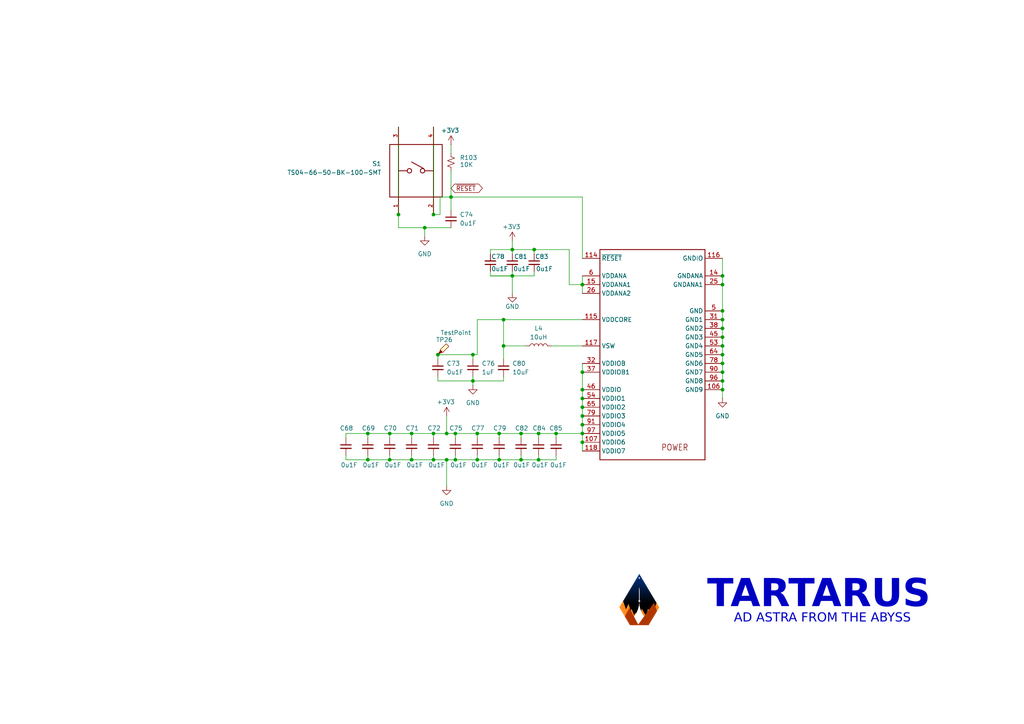
<source format=kicad_sch>
(kicad_sch (version 20250114) (generator "eeschema") (generator_version "9.0")
  (paper "A4")
  (lib_symbols
    (symbol "Adafruit Grand Central M4 Express rev B-eagle-import:SAMD51PXXA"
      (symbol "SAMD51PXXA_1_0"
        (polyline (pts (xy -55.88 22.86) (xy 55.88 22.86)) (stroke (width 0.254)))
        (polyline (pts (xy -55.88 -22.86) (xy -55.88 22.86)) (stroke (width 0.254)))
        (polyline (pts (xy 55.88 22.86) (xy 55.88 -22.86)) (stroke (width 0.254)))
        (polyline (pts (xy 55.88 -22.86) (xy -55.88 -22.86)) (stroke (width 0.254)))
        (text "PORT A" (at 45.72 -20.32 0) (effects (font (size 1.778 1.5113)) (justify left bottom)))
        (pin bidirectional line (at -60.96 20.32 0) (length 5.08) (name "PA00/I0/SERCOM1.0/TC2.0") (number "1"))
        (pin bidirectional line (at -60.96 17.78 0) (length 5.08) (name "PA01/I1/SERCOM1.1/TC2.1") (number "2"))
        (pin bidirectional line (at -60.96 15.24 0) (length 5.08) (name "PA02/I2/AIN0.0/VOUT0") (number "9"))
        (pin bidirectional line (at -60.96 12.7 0) (length 5.08) (name "PA03/I3/VREFA/AIN0.1") (number "10"))
        (pin bidirectional line (at -60.96 10.16 0) (length 5.08) (name "PA04/I4/VREFB/AIN0.4/SERCOM0.1/TC0.0/PTC") (number "21"))
        (pin bidirectional line (at -60.96 7.62 0) (length 5.08) (name "PA05/I5/AIN0.5/VOUT1/SERCOM0.2/TC0.1") (number "22"))
        (pin bidirectional line (at -60.96 5.08 0) (length 5.08) (name "PA06/I6/VREFC/AIN0.6/SERCOM0.1/TC1.0/PTC") (number "23"))
        (pin bidirectional line (at -60.96 2.54 0) (length 5.08) (name "PA07/I7/AIN0.7/SERCOM0.1/TC1.1/PTC") (number "24"))
        (pin bidirectional line (at -60.96 -2.54 0) (length 5.08) (name "PA08/I2C/AIN0.8+1.2/SERCOM0.0+2.1/I2SMCK1/TC0.0+TCC0.0+1.4/PTC") (number "33"))
        (pin bidirectional line (at -60.96 -5.08 0) (length 5.08) (name "PA09/I2C/I9/AIN0.9+1.3/SERCOM0.1+2.0/I2SFS0/TC0.1+TCC0.1+1.5/PTC") (number "34"))
        (pin bidirectional line (at -60.96 -7.62 0) (length 5.08) (name "PA10/I10/AIN0.10/SERCOM0+2.2/I2SCK1/TC1.0+TCC0.2+1.6/PTC") (number "35"))
        (pin bidirectional line (at -60.96 -10.16 0) (length 5.08) (name "PA11/I11/AIN0.11/SERCOM0+2.3/I2SDO/TC1.1+TCC0.3+1.7") (number "36"))
        (pin bidirectional line (at -60.96 -12.7 0) (length 5.08) (name "PA12/I12/I2C/SERCOM2.0+4.1/TC2.0+TCC0.7+1.3") (number "60"))
        (pin bidirectional line (at -60.96 -15.24 0) (length 5.08) (name "PA13/I13/I2C/SERCOM2.1+4.0/TC2.1+TCC0.7+1.3") (number "61"))
        (pin bidirectional line (at -60.96 -17.78 0) (length 5.08) (name "PA14/I14/SERCOM2+4.2/TC3.0+TCC2.0+1.2") (number "62"))
        (pin bidirectional line (at -60.96 -20.32 0) (length 5.08) (name "PA15/I15/SERCOM2+4.3/TC3.1+TCC2.1+1.3") (number "63"))
        (pin bidirectional line (at 60.96 20.32 180) (length 5.08) (name "PA16/I2C/I0/SERCOM1.0+3.1/TC2.0+TCC1.0+0.4/PTC") (number "66"))
        (pin bidirectional line (at 60.96 17.78 180) (length 5.08) (name "PA17/I2C/I1/SERCOM1.1+3.0/TC2.1+TCC1.1+0.5/PTC") (number "67"))
        (pin bidirectional line (at 60.96 15.24 180) (length 5.08) (name "PA18/I2/SERCOM1+3.2/TC3.0+TCC1.2+0.6/PTC") (number "68"))
        (pin bidirectional line (at 60.96 12.7 180) (length 5.08) (name "PA19/I3/SERCOM1+3.3/TC3.1+TCC1.3+0.7/PTC") (number "69"))
        (pin bidirectional line (at 60.96 10.16 180) (length 5.08) (name "PA20/I4/SERCOM3+5.2/I2SFS0/TC7.0+TCC1.4+0.0/PTC") (number "88"))
        (pin bidirectional line (at 60.96 7.62 180) (length 5.08) (name "PA21/I5/SERCOM3+5.3/I2SDO/TC7.1+TCC1.5+0.1/PTC") (number "89"))
        (pin bidirectional line (at 60.96 5.08 180) (length 5.08) (name "PA22/I2C/16/SERCOM3.0+5.1/I2SDI/TC4.0+TCC1.6+0.2/PTC") (number "92"))
        (pin bidirectional line (at 60.96 2.54 180) (length 5.08) (name "PA23/I2C/I7/SERCOM3.1+5.0/SOF/I2SFS1/TC4.1+TCC1.7+0.3/PTC") (number "93"))
        (pin bidirectional line (at 60.96 -2.54 180) (length 5.08) (name "PA24/I8/SERCOM3+5.2/D-") (number "94"))
        (pin bidirectional line (at 60.96 -5.08 180) (length 5.08) (name "PA25/19/SERCOM3+5.3/D+") (number "95"))
        (pin bidirectional line (at 60.96 -7.62 180) (length 5.08) (name "PA27/I11") (number "113"))
        (pin bidirectional line (at 60.96 -10.16 180) (length 5.08) (name "PA30/I14/SERCOM1.2/SWCLK") (number "119"))
        (pin bidirectional line (at 60.96 -12.7 180) (length 5.08) (name "PA31/I15/SERCOM1.3/SWDIO") (number "120"))
      )
      (symbol "SAMD51PXXA_2_0"
        (polyline (pts (xy -53.34 22.86) (xy 50.8 22.86)) (stroke (width 0.254)))
        (polyline (pts (xy -53.34 -27.94) (xy -53.34 22.86)) (stroke (width 0.254)))
        (polyline (pts (xy 50.8 22.86) (xy 50.8 -27.94)) (stroke (width 0.254)))
        (polyline (pts (xy 50.8 -27.94) (xy -53.34 -27.94)) (stroke (width 0.254)))
        (text "PORT B" (at 38.1 -25.4 0) (effects (font (size 1.778 1.5113)) (justify left bottom)))
        (pin bidirectional line (at -58.42 20.32 0) (length 5.08) (name "PB00/I0/AIN0.12/SERCOM5.2/TC7.0/PTC") (number "125"))
        (pin bidirectional line (at -58.42 17.78 0) (length 5.08) (name "PB01/I1/AIN0.13/SERCOM5.3/TC7.1/PTC") (number "126"))
        (pin bidirectional line (at -58.42 15.24 0) (length 5.08) (name "PB02/I2/AIN0.14/SERCOM5.0/TC6.0+TCC2.2/PTC") (number "127"))
        (pin bidirectional line (at -58.42 12.7 0) (length 5.08) (name "PB03/I3/AIN0.15/SERCOM5.1/TC6.1/PTC") (number "128"))
        (pin bidirectional line (at -58.42 10.16 0) (length 5.08) (name "PB04/I4/AIN1.6/PTC") (number "11"))
        (pin bidirectional line (at -58.42 7.62 0) (length 5.08) (name "PB05/I5/AIN1/7/PTC") (number "12"))
        (pin bidirectional line (at -58.42 5.08 0) (length 5.08) (name "PB06/I6/AIN1.8/PTC") (number "17"))
        (pin bidirectional line (at -58.42 2.54 0) (length 5.08) (name "PB07/I7/AIN1.9/PTC") (number "18"))
        (pin bidirectional line (at -58.42 -2.54 0) (length 5.08) (name "PB08/I8/AIN0.2+1.0/SERCOM4.0/TC4.0/PTC") (number "19"))
        (pin bidirectional line (at -58.42 -5.08 0) (length 5.08) (name "PB09/I9/AIN0.3+1.1/SERCOM4.1/TC4.0/PTC") (number "20"))
        (pin bidirectional line (at -58.42 -7.62 0) (length 5.08) (name "PB10/I10/SERCOM4.2/I2SDI/TC5.0+TCC0.4+1.0") (number "39"))
        (pin bidirectional line (at -58.42 -10.16 0) (length 5.08) (name "PB11/I11/SERCOM4.3/I2SFS1/TC5.1+TCC0.5+1.1") (number "40"))
        (pin bidirectional line (at -58.42 -12.7 0) (length 5.08) (name "PB12/I12/SERCOM4.0/I2SCK1/TC4.0+TCC3.0+0.1/PTC") (number "41"))
        (pin bidirectional line (at -58.42 -15.24 0) (length 5.08) (name "PB13/I13/SERCOM4.1/I2SMCK1/TC4.1+TCC3.1+0.1/PTC") (number "42"))
        (pin bidirectional line (at -58.42 -17.78 0) (length 5.08) (name "PB14/I14/SERCOM4.2/PCC8/TC5.0+TCC4.0+0.2/PTC") (number "43"))
        (pin bidirectional line (at -58.42 -20.32 0) (length 5.08) (name "PB15/I15/SERCOM4.3/PCC9/TC5.1/TCC4.1+0.3/PTC") (number "44"))
        (pin bidirectional line (at 55.88 20.32 180) (length 5.08) (name "PB16/I0/SERCOM5.0/I2SCK0/TC6.0+TCC3.0+0.4") (number "82"))
        (pin bidirectional line (at 55.88 17.78 180) (length 5.08) (name "PB17/SERCOM5.1/I2SMCK0/TC6.1+TCC3.1+0.5") (number "83"))
        (pin bidirectional line (at 55.88 15.24 180) (length 5.08) (name "PB18/I2/SERCOM5+7.2/TCC1.0+QDI.0") (number "84"))
        (pin bidirectional line (at 55.88 12.7 180) (length 5.08) (name "PB19/I3/SERCOM5+7.3/CC1.1/QDI.1") (number "85"))
        (pin bidirectional line (at 55.88 10.16 180) (length 5.08) (name "PB20/I4/SERCOM3.0+7.1/TCC1.2/QDI.2") (number "86"))
        (pin bidirectional line (at 55.88 7.62 180) (length 5.08) (name "PB21/SERCOM3.1+7.0/TCC1.3") (number "87"))
        (pin bidirectional line (at 55.88 5.08 180) (length 5.08) (name "PB22/I6/SERCOM1+5.2/TC7.0/QDI.2") (number "98"))
        (pin bidirectional line (at 55.88 2.54 180) (length 5.08) (name "PB23/I7/SERCOM1+5.3/TC7.1/QDI.0") (number "99"))
        (pin bidirectional line (at 55.88 -2.54 180) (length 5.08) (name "PB24/I8/SERCOM0.0+2.1/QDI.1") (number "100"))
        (pin bidirectional line (at 55.88 -5.08 180) (length 5.08) (name "PB25/SERCOM0.1+2.0/QDI.2") (number "101"))
        (pin bidirectional line (at 55.88 -7.62 180) (length 5.08) (name "PB26/I12/SERCOM2.0+4.1/TCC1.3") (number "102"))
        (pin bidirectional line (at 55.88 -10.16 180) (length 5.08) (name "PB27/I13/SERCOM2.1+4.0/TCC1.3") (number "103"))
        (pin bidirectional line (at 55.88 -12.7 180) (length 5.08) (name "PB28/I14/SEROM2+4.2/TCC1.4/I2SSCK.1") (number "104"))
        (pin bidirectional line (at 55.88 -15.24 180) (length 5.08) (name "PB29/I15/SERCOM2+4.3/TCC1.5/I2SMCK.1") (number "105"))
        (pin bidirectional line (at 55.88 -17.78 180) (length 5.08) (name "PB30/I14/SERCOM5.1/TC0.0+TCC4.0+0.6/SWO") (number "121"))
        (pin bidirectional line (at 55.88 -20.32 180) (length 5.08) (name "PB31/I15/SERCOM5.0/TC0.1+TCC4.1+0.7") (number "122"))
      )
      (symbol "SAMD51PXXA_3_0"
        (polyline (pts (xy -50.8 17.78) (xy 45.72 17.78)) (stroke (width 0.254)))
        (polyline (pts (xy -50.8 -30.48) (xy -50.8 17.78)) (stroke (width 0.254)))
        (polyline (pts (xy 45.72 17.78) (xy 45.72 -30.48)) (stroke (width 0.254)))
        (polyline (pts (xy 45.72 -30.48) (xy -50.8 -30.48)) (stroke (width 0.254)))
        (text "PORT C" (at 33.02 -27.94 0) (effects (font (size 1.778 1.5113)) (justify left bottom)))
        (pin bidirectional line (at -55.88 15.24 0) (length 5.08) (name "PC00/I1/ADC1.10") (number "3"))
        (pin bidirectional line (at -55.88 12.7 0) (length 5.08) (name "PC01/I1/ADC1.11") (number "4"))
        (pin bidirectional line (at -55.88 10.16 0) (length 5.08) (name "PC02/I2/ADC1.4") (number "7"))
        (pin bidirectional line (at -55.88 7.62 0) (length 5.08) (name "PC03/I3/ADC1.5") (number "8"))
        (pin bidirectional line (at -55.88 5.08 0) (length 5.08) (name "PC04/I4/SERCOM6.0/TCC0.0") (number "27"))
        (pin bidirectional line (at -55.88 2.54 0) (length 5.08) (name "PC05/I5/SERCOM6.0/TCC0.0") (number "28"))
        (pin bidirectional line (at -55.88 0 0) (length 5.08) (name "PC06/I6/SERCOM6.2/SDHC0.SDCD") (number "29"))
        (pin bidirectional line (at -55.88 -2.54 0) (length 5.08) (name "PC07/I9/SERCOM6.3/SDHC0.SDWP") (number "30"))
        (pin bidirectional line (at -55.88 -10.16 0) (length 5.08) (name "PC10/I10/SERCOM6.2+7.2/TCC0.0+1.4") (number "52"))
        (pin bidirectional line (at -55.88 -12.7 0) (length 5.08) (name "PC11/I11/SERCOM6+7.3/TCC0.1+1.5") (number "55"))
        (pin bidirectional line (at -55.88 -15.24 0) (length 5.08) (name "PC12/I12/SERCOM7.0+6.1/TCC0.2+1.6") (number "56"))
        (pin bidirectional line (at -55.88 -17.78 0) (length 5.08) (name "PC13/I13/SERCOM7.1+6.0/TCC0.3+1.7") (number "57"))
        (pin bidirectional line (at -55.88 -20.32 0) (length 5.08) (name "PC14/I14/SERCOM7+6.2/TCC0.4+1.0") (number "58"))
        (pin bidirectional line (at -55.88 -22.86 0) (length 5.08) (name "PC15/I15/SERCOM7+6.3/TCC0.5+1.1") (number "59"))
        (pin bidirectional line (at 50.8 15.24 180) (length 5.08) (name "PC16/I0/SERCOM6.0+0.1/TCC0/QDI.0") (number "70"))
        (pin bidirectional line (at 50.8 12.7 180) (length 5.08) (name "PC17/I1/SERCOM6.1+0.0/TCC0.1/QDI.1") (number "71"))
        (pin bidirectional line (at 50.8 10.16 180) (length 5.08) (name "PC18/I2/SERCOM6.2+0.2/TCC0.2/QDI.2") (number "72"))
        (pin bidirectional line (at 50.8 7.62 180) (length 5.08) (name "PC19/I3/SERCOM6+0.3/TCC0.3") (number "73"))
        (pin bidirectional line (at 50.8 5.08 180) (length 5.08) (name "PC20/I4/TCC0.4/SDHC1.SDCD") (number "74"))
        (pin bidirectional line (at 50.8 2.54 180) (length 5.08) (name "PC21/I5/TCC0.5/SDHC1.SDWP") (number "75"))
        (pin bidirectional line (at 50.8 0 180) (length 5.08) (name "PC22/I6/SERCOM1.0+3.1/TCC0.6") (number "76"))
        (pin bidirectional line (at 50.8 -2.54 180) (length 5.08) (name "PC23/I7/SERCOM1.1+3.0/TCC0.7") (number "77"))
        (pin bidirectional line (at 50.8 -7.62 180) (length 5.08) (name "PC24/I8/SERCOM0+2.2/TRACEDATA.3") (number "108"))
        (pin bidirectional line (at 50.8 -10.16 180) (length 5.08) (name "PC25/I9/SERCOM0+2.3/TRACEDATA.2") (number "109"))
        (pin bidirectional line (at 50.8 -12.7 180) (length 5.08) (name "PC26/I10/TRACEDATA.1") (number "110"))
        (pin bidirectional line (at 50.8 -15.24 180) (length 5.08) (name "PC27/I11/SERCOM1.0/TRACECLK") (number "111"))
        (pin bidirectional line (at 50.8 -17.78 180) (length 5.08) (name "PC28/I12/SERCOM1.1/TRACEDATA.0") (number "112"))
        (pin bidirectional line (at 50.8 -20.32 180) (length 5.08) (name "PC30/I14/AIN1.12") (number "123"))
        (pin bidirectional line (at 50.8 -22.86 180) (length 5.08) (name "PC31/I15/AIN1.13") (number "124"))
      )
      (symbol "SAMD51PXXA_4_0"
        (polyline (pts (xy -48.26 15.24) (xy 48.26 15.24)) (stroke (width 0.254)))
        (polyline (pts (xy -48.26 -10.16) (xy -48.26 15.24)) (stroke (width 0.254)))
        (polyline (pts (xy 48.26 15.24) (xy 48.26 -10.16)) (stroke (width 0.254)))
        (polyline (pts (xy 48.26 -10.16) (xy -48.26 -10.16)) (stroke (width 0.254)))
        (text "PORT D" (at 35.56 -7.62 0) (effects (font (size 1.778 1.5113)) (justify left bottom)))
        (pin bidirectional line (at -53.34 12.7 0) (length 5.08) (name "PD00/I0/AIN1.14") (number "13"))
        (pin bidirectional line (at -53.34 10.16 0) (length 5.08) (name "PD01/I1/AIN1.14") (number "16"))
        (pin bidirectional line (at -53.34 5.08 0) (length 5.08) (name "PD08/I3/SERCOM7.0+6.1/TCC0.1") (number "47"))
        (pin bidirectional line (at -53.34 2.54 0) (length 5.08) (name "PD09/I4/SERCOM7.1+6.0/TCC0.2") (number "48"))
        (pin bidirectional line (at -53.34 0 0) (length 5.08) (name "PD10/I5/SERCOM7+6.2/TCC0.3") (number "49"))
        (pin bidirectional line (at -53.34 -2.54 0) (length 5.08) (name "PD11/I6/SERCOM7+6.3/TCC0.4") (number "50"))
        (pin bidirectional line (at -53.34 -5.08 0) (length 5.08) (name "PD12/I7/TCC0.5") (number "51"))
        (pin bidirectional line (at 53.34 12.7 180) (length 5.08) (name "PD20/I10/SERCOM1+3.2/TCC1.0/SDHC1.SDCD") (number "80"))
        (pin bidirectional line (at 53.34 10.16 180) (length 5.08) (name "PD21/I11/SERCOM1+3.3/TCC1.1/SDHC1.SDWP") (number "81"))
      )
      (symbol "SAMD51PXXA_5_0"
        (polyline (pts (xy -15.24 25.4) (xy 15.24 25.4)) (stroke (width 0.254)))
        (polyline (pts (xy -15.24 -35.56) (xy -15.24 25.4)) (stroke (width 0.254)))
        (polyline (pts (xy 15.24 25.4) (xy 15.24 -35.56)) (stroke (width 0.254)))
        (polyline (pts (xy 15.24 -35.56) (xy -15.24 -35.56)) (stroke (width 0.254)))
        (text "POWER" (at 2.54 -33.02 0) (effects (font (size 1.778 1.5113)) (justify left bottom)))
        (pin bidirectional line (at -20.32 22.86 0) (length 5.08) (name "~{RESET}") (number "114"))
        (pin bidirectional line (at -20.32 17.78 0) (length 5.08) (name "VDDANA") (number "6"))
        (pin bidirectional line (at -20.32 15.24 0) (length 5.08) (name "VDDANA1") (number "15"))
        (pin bidirectional line (at -20.32 12.7 0) (length 5.08) (name "VDDANA2") (number "26"))
        (pin bidirectional line (at -20.32 5.08 0) (length 5.08) (name "VDDCORE") (number "115"))
        (pin bidirectional line (at -20.32 -2.54 0) (length 5.08) (name "VSW") (number "117"))
        (pin bidirectional line (at -20.32 -7.62 0) (length 5.08) (name "VDDIOB") (number "32"))
        (pin bidirectional line (at -20.32 -10.16 0) (length 5.08) (name "VDDIOB1") (number "37"))
        (pin bidirectional line (at -20.32 -15.24 0) (length 5.08) (name "VDDIO") (number "46"))
        (pin bidirectional line (at -20.32 -17.78 0) (length 5.08) (name "VDDIO1") (number "54"))
        (pin bidirectional line (at -20.32 -20.32 0) (length 5.08) (name "VDDIO2") (number "65"))
        (pin bidirectional line (at -20.32 -22.86 0) (length 5.08) (name "VDDIO3") (number "79"))
        (pin bidirectional line (at -20.32 -25.4 0) (length 5.08) (name "VDDIO4") (number "91"))
        (pin bidirectional line (at -20.32 -27.94 0) (length 5.08) (name "VDDIO5") (number "97"))
        (pin bidirectional line (at -20.32 -30.48 0) (length 5.08) (name "VDDIO6") (number "107"))
        (pin bidirectional line (at -20.32 -33.02 0) (length 5.08) (name "VDDIO7") (number "118"))
        (pin bidirectional line (at 20.32 22.86 180) (length 5.08) (name "GNDIO") (number "116"))
        (pin bidirectional line (at 20.32 17.78 180) (length 5.08) (name "GNDANA") (number "14"))
        (pin bidirectional line (at 20.32 15.24 180) (length 5.08) (name "GNDANA1") (number "25"))
        (pin bidirectional line (at 20.32 7.62 180) (length 5.08) (name "GND") (number "5"))
        (pin bidirectional line (at 20.32 5.08 180) (length 5.08) (name "GND1") (number "31"))
        (pin bidirectional line (at 20.32 2.54 180) (length 5.08) (name "GND2") (number "38"))
        (pin bidirectional line (at 20.32 0 180) (length 5.08) (name "GND3") (number "45"))
        (pin bidirectional line (at 20.32 -2.54 180) (length 5.08) (name "GND4") (number "53"))
        (pin bidirectional line (at 20.32 -5.08 180) (length 5.08) (name "GND5") (number "64"))
        (pin bidirectional line (at 20.32 -7.62 180) (length 5.08) (name "GND6") (number "78"))
        (pin bidirectional line (at 20.32 -10.16 180) (length 5.08) (name "GND7") (number "90"))
        (pin bidirectional line (at 20.32 -12.7 180) (length 5.08) (name "GND8") (number "96"))
        (pin bidirectional line (at 20.32 -15.24 180) (length 5.08) (name "GND9") (number "106"))
      )
    )
    (symbol "Connector:TestPoint_Probe" (pin_numbers (hide yes)) (pin_names (offset 0.762) (hide yes))
      (property "Reference" "TP" (at 1.651 5.842 0))
      (property "Value" "TestPoint_Probe" (at 1.651 4.064 0))
      (symbol "TestPoint_Probe_0_1"
        (polyline (pts (xy 1.27 0.762) (xy 0 0) (xy 0.762 1.27) (xy 1.27 0.762)) (fill (type outline)))
        (polyline (pts (xy 1.397 0.635) (xy 0.635 1.397) (xy 2.413 3.175) (xy 3.175 2.413) (xy 1.397 0.635)) (fill (type background)))
      )
      (symbol "TestPoint_Probe_1_1"
        (pin passive line (at 0 0 90) (length 0) (name "1") (number "1"))
      )
    )
    (symbol "Device:C_Small" (pin_numbers (hide yes)) (pin_names (offset 0.254) (hide yes))
      (property "Reference" "C" (at 0.254 1.778 0))
      (property "Value" "C_Small" (at 0.254 -2.032 0))
      (symbol "C_Small_0_1"
        (polyline (pts (xy -1.524 0.508) (xy 1.524 0.508)) (stroke (width 0.3048)))
        (polyline (pts (xy -1.524 -0.508) (xy 1.524 -0.508)) (stroke (width 0.3302)))
      )
      (symbol "C_Small_1_1"
        (pin passive line (at 0 2.54 270) (length 2.032) (name "~") (number "1"))
        (pin passive line (at 0 -2.54 90) (length 2.032) (name "~") (number "2"))
      )
    )
    (symbol "Device:L" (pin_numbers (hide yes)) (pin_names (offset 1.016) (hide yes))
      (property "Reference" "L" (at -1.27 0 90))
      (property "Value" "L" (at 1.905 0 90))
      (symbol "L_0_1"
        (arc (start 0 2.54) (mid 0.6323 1.905) (end 0 1.27))
        (arc (start 0 1.27) (mid 0.6323 0.635) (end 0 0))
        (arc (start 0 0) (mid 0.6323 -0.635) (end 0 -1.27))
        (arc (start 0 -1.27) (mid 0.6323 -1.905) (end 0 -2.54))
      )
      (symbol "L_1_1"
        (pin passive line (at 0 3.81 270) (length 1.27) (name "1") (number "1"))
        (pin passive line (at 0 -3.81 90) (length 1.27) (name "2") (number "2"))
      )
    )
    (symbol "Device:R_Small_US" (pin_numbers (hide yes)) (pin_names (offset 0.254) (hide yes))
      (property "Reference" "R" (at 0.762 0.508 0))
      (property "Value" "R_Small_US" (at 0.762 -1.016 0))
      (symbol "R_Small_US_1_1"
        (polyline (pts (xy 0 1.524) (xy 1.016 1.143) (xy 0 0.762) (xy -1.016 0.381) (xy 0 0)))
        (polyline (pts (xy 0 0) (xy 1.016 -0.381) (xy 0 -0.762) (xy -1.016 -1.143) (xy 0 -1.524)))
        (pin passive line (at 0 2.54 270) (length 1.016) (name "~") (number "1"))
        (pin passive line (at 0 -2.54 90) (length 1.016) (name "~") (number "2"))
      )
    )
    (symbol "TS04-66-50-BK-100-SMT:TS04-66-50-BK-100-SMT" (pin_names (offset 1.016))
      (property "Reference" "S" (at -7.62 8.382 0))
      (property "Value" "TS04-66-50-BK-100-SMT" (at -7.62 -8.382 0))
      (symbol "TS04-66-50-BK-100-SMT_0_0"
        (polyline (pts (xy 0 5.08) (xy 0 2.54)) (stroke (width 0.254)))
        (circle (center 0 1.905) (radius 0.635) (stroke (width 0.254)))
        (circle (center 0 -1.905) (radius 0.635) (stroke (width 0.254)))
        (polyline (pts (xy 0 -2.54) (xy 0 -5.08)) (stroke (width 0.254)))
        (polyline (pts (xy 0.635 -2.2225) (xy 2.54 1.27)) (stroke (width 0.254)))
        (polyline (pts (xy 7.62 5.08) (xy -7.62 5.08)) (stroke (width 0.254)))
        (polyline (pts (xy 7.62 -5.08) (xy -7.62 -5.08)) (stroke (width 0.254)))
        (pin passive line (at -12.7 5.08 0) (length 5.08) (name "~") (number "1"))
        (pin passive line (at -12.7 -5.08 0) (length 5.08) (name "~") (number "2"))
        (pin passive line (at 12.7 5.08 180) (length 5.08) (name "~") (number "3"))
        (pin passive line (at 12.7 -5.08 180) (length 5.08) (name "~") (number "4"))
      )
      (symbol "TS04-66-50-BK-100-SMT_1_0"
        (rectangle (start -7.62 7.62) (end 7.62 -7.62) (stroke (width 0.254)))
      )
    )
    (symbol "power:+3V3" (power) (pin_numbers (hide yes)) (pin_names (offset 0) (hide yes))
      (property "Value" "+3V3" (at 0 3.556 0))
      (symbol "+3V3_0_1"
        (polyline (pts (xy -0.762 1.27) (xy 0 2.54)))
        (polyline (pts (xy 0 2.54) (xy 0.762 1.27)))
        (polyline (pts (xy 0 0) (xy 0 2.54)))
      )
      (symbol "+3V3_1_1"
        (pin power_in line (at 0 0 90) (length 0) (name "~") (number "1"))
      )
    )
    (symbol "power:GND" (power) (pin_numbers (hide yes)) (pin_names (offset 0) (hide yes))
      (property "Value" "GND" (at 0 -3.81 0))
      (symbol "GND_0_1"
        (polyline (pts (xy 0 0) (xy 0 -1.27) (xy 1.27 -1.27) (xy 0 -2.54) (xy -1.27 -1.27) (xy 0 -1.27)))
      )
      (symbol "GND_1_1"
        (pin power_in line (at 0 0 270) (length 0) (name "~") (number "1"))
      )
    )
  )
  (text "AD ASTRA FROM THE ABYSS" (at 238.506 180.086 0) (effects (font (size 2.6 2.6))))
  (text "TARTARUS" (at 237.49 174.752 0) (effects (font (size 8 8) (thickness 1.6) (bold yes))))
  (junction (at 106.68 133.35))
  (junction (at 156.21 125.73))
  (junction (at 148.59 80.01))
  (junction (at 125.73 125.73))
  (junction (at 209.55 113.03))
  (junction (at 151.13 133.35))
  (junction (at 123.19 66.04))
  (junction (at 137.16 102.87))
  (junction (at 113.03 133.35))
  (junction (at 137.16 110.49))
  (junction (at 151.13 125.73))
  (junction (at 209.55 107.95))
  (junction (at 130.81 57.15))
  (junction (at 168.91 113.03))
  (junction (at 209.55 102.87))
  (junction (at 168.91 118.11))
  (junction (at 144.78 125.73))
  (junction (at 161.29 125.73))
  (junction (at 138.43 125.73))
  (junction (at 168.91 125.73))
  (junction (at 209.55 90.17))
  (junction (at 168.91 123.19))
  (junction (at 209.55 82.55))
  (junction (at 138.43 133.35))
  (junction (at 132.08 133.35))
  (junction (at 148.59 72.39))
  (junction (at 106.68 125.73))
  (junction (at 209.55 100.33))
  (junction (at 144.78 133.35))
  (junction (at 209.55 97.79))
  (junction (at 168.91 82.55))
  (junction (at 115.57 62.23))
  (junction (at 156.21 133.35))
  (junction (at 209.55 110.49))
  (junction (at 129.54 125.73))
  (junction (at 132.08 125.73))
  (junction (at 209.55 105.41))
  (junction (at 125.73 62.23))
  (junction (at 125.73 133.35))
  (junction (at 209.55 80.01))
  (junction (at 209.55 92.71))
  (junction (at 113.03 125.73))
  (junction (at 154.94 72.39))
  (junction (at 119.38 133.35))
  (junction (at 146.05 100.33))
  (junction (at 129.54 133.35))
  (junction (at 119.38 125.73))
  (junction (at 168.91 120.65))
  (junction (at 168.91 128.27))
  (junction (at 127 102.87))
  (junction (at 168.91 107.95))
  (junction (at 209.55 95.25))
  (junction (at 168.91 115.57))
  (junction (at 146.05 92.71))
  (wire (pts (xy 132.08 125.73) (xy 138.43 125.73)) (stroke (width 0.1524)))
  (wire (pts (xy 132.08 133.35) (xy 138.43 133.35)) (stroke (width 0.1524)))
  (wire (pts (xy 144.78 125.73) (xy 151.13 125.73)) (stroke (width 0.1524)))
  (wire (pts (xy 129.54 140.97) (xy 129.54 133.35)) (stroke (width 0.1524)))
  (wire (pts (xy 113.03 132.08) (xy 113.03 133.35)))
  (wire (pts (xy 130.81 57.15) (xy 130.81 60.96)) (stroke (width 0.1524)))
  (wire (pts (xy 138.43 133.35) (xy 144.78 133.35)) (stroke (width 0.1524)))
  (wire (pts (xy 168.91 113.03) (xy 168.91 115.57)) (stroke (width 0.1524)))
  (wire (pts (xy 127.635 62.23) (xy 127.635 57.15)))
  (wire (pts (xy 137.16 111.76) (xy 137.16 110.49)))
  (wire (pts (xy 115.57 36.83) (xy 115.57 62.23)))
  (wire (pts (xy 168.91 92.71) (xy 146.05 92.71)) (stroke (width 0.1524)))
  (wire (pts (xy 142.24 72.39) (xy 148.59 72.39)))
  (wire (pts (xy 209.55 80.01) (xy 209.55 74.93)) (stroke (width 0.1524)))
  (wire (pts (xy 137.16 110.49) (xy 146.05 110.49)) (stroke (width 0.1524)))
  (wire (pts (xy 138.43 92.71) (xy 138.43 102.87)) (stroke (width 0.1524)))
  (wire (pts (xy 138.43 125.73) (xy 144.78 125.73)) (stroke (width 0.1524)))
  (wire (pts (xy 113.03 133.35) (xy 119.38 133.35)) (stroke (width 0.1524)))
  (wire (pts (xy 144.78 133.35) (xy 151.13 133.35)) (stroke (width 0.1524)))
  (wire (pts (xy 151.13 125.73) (xy 156.21 125.73)) (stroke (width 0.1524)))
  (wire (pts (xy 209.55 110.49) (xy 209.55 107.95)) (stroke (width 0.1524)))
  (wire (pts (xy 148.59 78.74) (xy 148.59 80.01)))
  (wire (pts (xy 127 102.87) (xy 127 104.14)) (stroke (width 0.1524)))
  (wire (pts (xy 168.91 123.19) (xy 168.91 125.73)) (stroke (width 0.1524)))
  (wire (pts (xy 127 102.87) (xy 137.16 102.87)) (stroke (width 0.1524)))
  (wire (pts (xy 106.68 125.73) (xy 106.68 127)))
  (wire (pts (xy 125.73 132.08) (xy 125.73 133.35)))
  (wire (pts (xy 106.68 125.73) (xy 113.03 125.73)) (stroke (width 0.1524)))
  (wire (pts (xy 130.81 41.91) (xy 130.81 44.45)) (stroke (width 0.1524)))
  (wire (pts (xy 119.38 133.35) (xy 125.73 133.35)) (stroke (width 0.1524)))
  (wire (pts (xy 146.05 100.33) (xy 152.4 100.33)) (stroke (width 0.1524)))
  (wire (pts (xy 209.55 82.55) (xy 209.55 80.01)) (stroke (width 0.1524)))
  (wire (pts (xy 119.38 125.73) (xy 119.38 127)))
  (wire (pts (xy 168.91 115.57) (xy 168.91 118.11)) (stroke (width 0.1524)))
  (wire (pts (xy 142.24 78.74) (xy 142.24 80.01)))
  (wire (pts (xy 137.16 102.87) (xy 137.16 104.14)))
  (wire (pts (xy 125.73 125.73) (xy 125.73 127)))
  (wire (pts (xy 127 110.49) (xy 137.16 110.49)) (stroke (width 0.1524)))
  (wire (pts (xy 209.55 107.95) (xy 209.55 105.41)) (stroke (width 0.1524)))
  (wire (pts (xy 106.68 133.35) (xy 113.03 133.35)) (stroke (width 0.1524)))
  (wire (pts (xy 156.21 133.35) (xy 161.29 133.35)) (stroke (width 0.1524)))
  (wire (pts (xy 137.16 102.87) (xy 138.43 102.87)) (stroke (width 0.1524)))
  (wire (pts (xy 125.73 62.23) (xy 127.635 62.23)))
  (wire (pts (xy 144.78 132.08) (xy 144.78 133.35)))
  (wire (pts (xy 100.33 125.73) (xy 100.33 127)))
  (wire (pts (xy 168.91 128.27) (xy 168.91 130.81)) (stroke (width 0.1524)))
  (wire (pts (xy 161.29 125.73) (xy 161.29 127)))
  (wire (pts (xy 148.59 72.39) (xy 154.94 72.39)) (stroke (width 0.1524)))
  (wire (pts (xy 161.29 125.73) (xy 168.91 125.73)) (stroke (width 0.1524)))
  (wire (pts (xy 100.33 132.08) (xy 100.33 133.35)))
  (wire (pts (xy 137.16 109.22) (xy 137.16 110.49)))
  (wire (pts (xy 119.38 132.08) (xy 119.38 133.35)))
  (wire (pts (xy 209.55 113.03) (xy 209.55 110.49)) (stroke (width 0.1524)))
  (wire (pts (xy 151.13 125.73) (xy 151.13 127)))
  (wire (pts (xy 154.94 72.39) (xy 154.94 73.66)))
  (wire (pts (xy 148.59 72.39) (xy 148.59 73.66)))
  (wire (pts (xy 148.59 80.01) (xy 142.24 80.01)) (stroke (width 0.1524)))
  (wire (pts (xy 209.55 95.25) (xy 209.55 92.71)) (stroke (width 0.1524)))
  (wire (pts (xy 151.13 133.35) (xy 156.21 133.35)) (stroke (width 0.1524)))
  (wire (pts (xy 148.59 80.01) (xy 154.94 80.01)) (stroke (width 0.1524)))
  (wire (pts (xy 138.43 132.08) (xy 138.43 133.35)))
  (wire (pts (xy 148.59 69.85) (xy 148.59 72.39)) (stroke (width 0.1524)))
  (wire (pts (xy 209.55 102.87) (xy 209.55 100.33)) (stroke (width 0.1524)))
  (wire (pts (xy 168.91 105.41) (xy 168.91 107.95)) (stroke (width 0.1524)))
  (wire (pts (xy 146.05 92.71) (xy 138.43 92.71)) (stroke (width 0.1524)))
  (wire (pts (xy 209.55 92.71) (xy 209.55 90.17)) (stroke (width 0.1524)))
  (wire (pts (xy 168.91 82.55) (xy 168.91 80.01)) (stroke (width 0.1524)))
  (wire (pts (xy 119.38 125.73) (xy 125.73 125.73)) (stroke (width 0.1524)))
  (wire (pts (xy 209.55 97.79) (xy 209.55 95.25)) (stroke (width 0.1524)))
  (wire (pts (xy 123.19 68.58) (xy 123.19 66.04)))
  (wire (pts (xy 132.08 125.73) (xy 132.08 127)))
  (wire (pts (xy 151.13 132.08) (xy 151.13 133.35)))
  (wire (pts (xy 138.43 125.73) (xy 138.43 127)))
  (wire (pts (xy 100.33 125.73) (xy 106.68 125.73)) (stroke (width 0.1524)))
  (wire (pts (xy 156.21 132.08) (xy 156.21 133.35)))
  (wire (pts (xy 168.91 85.09) (xy 168.91 82.55)) (stroke (width 0.1524)))
  (wire (pts (xy 168.91 118.11) (xy 168.91 120.65)) (stroke (width 0.1524)))
  (wire (pts (xy 125.73 125.73) (xy 129.54 125.73)) (stroke (width 0.1524)))
  (wire (pts (xy 113.03 125.73) (xy 119.38 125.73)) (stroke (width 0.1524)))
  (wire (pts (xy 106.68 132.08) (xy 106.68 133.35)))
  (wire (pts (xy 209.55 105.41) (xy 209.55 102.87)) (stroke (width 0.1524)))
  (wire (pts (xy 168.91 57.15) (xy 168.91 74.93)) (stroke (width 0.1524)))
  (wire (pts (xy 168.91 120.65) (xy 168.91 123.19)) (stroke (width 0.1524)))
  (wire (pts (xy 127.635 57.15) (xy 130.81 57.15)))
  (wire (pts (xy 100.33 133.35) (xy 106.68 133.35)) (stroke (width 0.1524)))
  (wire (pts (xy 160.02 100.33) (xy 161.29 100.33)))
  (wire (pts (xy 127 110.49) (xy 127 109.22)) (stroke (width 0.1524)))
  (wire (pts (xy 154.94 72.39) (xy 165.1 72.39)) (stroke (width 0.1524)))
  (wire (pts (xy 168.91 100.33) (xy 161.29 100.33)) (stroke (width 0.1524)))
  (wire (pts (xy 209.55 100.33) (xy 209.55 97.79)) (stroke (width 0.1524)))
  (wire (pts (xy 168.91 125.73) (xy 168.91 128.27)) (stroke (width 0.1524)))
  (wire (pts (xy 130.81 57.15) (xy 168.91 57.15)) (stroke (width 0.1524)))
  (wire (pts (xy 142.24 72.39) (xy 142.24 73.66)))
  (wire (pts (xy 125.73 36.83) (xy 125.73 62.23)))
  (wire (pts (xy 209.55 113.03) (xy 209.55 115.57)))
  (wire (pts (xy 148.59 80.01) (xy 148.59 85.09)) (stroke (width 0.1524)))
  (wire (pts (xy 165.1 82.55) (xy 168.91 82.55)) (stroke (width 0.1524)))
  (wire (pts (xy 129.54 133.35) (xy 132.08 133.35)) (stroke (width 0.1524)))
  (wire (pts (xy 132.08 132.08) (xy 132.08 133.35)))
  (wire (pts (xy 146.05 100.33) (xy 146.05 104.14)) (stroke (width 0.1524)))
  (wire (pts (xy 142.24 80.01) (xy 148.59 80.01)))
  (wire (pts (xy 209.55 90.17) (xy 209.55 82.55)) (stroke (width 0.1524)))
  (wire (pts (xy 161.29 132.08) (xy 161.29 133.35)) (stroke (width 0.1524)))
  (wire (pts (xy 129.54 125.73) (xy 132.08 125.73)) (stroke (width 0.1524)))
  (wire (pts (xy 123.19 66.04) (xy 130.81 66.04)))
  (wire (pts (xy 146.05 92.71) (xy 146.05 100.33)) (stroke (width 0.1524)))
  (wire (pts (xy 115.57 62.23) (xy 115.57 66.04)))
  (wire (pts (xy 125.73 133.35) (xy 129.54 133.35)) (stroke (width 0.1524)))
  (wire (pts (xy 156.21 125.73) (xy 156.21 127)))
  (wire (pts (xy 165.1 72.39) (xy 165.1 82.55)) (stroke (width 0.1524)))
  (wire (pts (xy 144.78 125.73) (xy 144.78 127)))
  (wire (pts (xy 154.94 78.74) (xy 154.94 80.01)))
  (wire (pts (xy 146.05 109.22) (xy 146.05 110.49)) (stroke (width 0.1524)))
  (wire (pts (xy 115.57 66.04) (xy 123.19 66.04)))
  (wire (pts (xy 130.81 49.53) (xy 130.81 57.15)))
  (wire (pts (xy 168.91 107.95) (xy 168.91 113.03)) (stroke (width 0.1524)))
  (wire (pts (xy 129.54 120.65) (xy 129.54 125.73)))
  (wire (pts (xy 156.21 125.73) (xy 161.29 125.73)) (stroke (width 0.1524)))
  (wire (pts (xy 113.03 125.73) (xy 113.03 127)))
  (image (at 185.42 175.26) (scale 0.0421478))
  (global_label "~{RESET}" (shape bidirectional) (at 130.81 54.61 0) (effects (font (size 1.2446 1.2446))) (property "Intersheetrefs" "${INTERSHEET_REFS}" (effects (hide yes))))
  (symbol (lib_id "Device:C_Small") (at 148.59 76.2 0) (unit 1)
    (property "Reference" "C81" (at 149.098 74.422 0) (effects (justify left)))
    (property "Value" "0u1F" (at 148.844 77.978 0) (effects (justify left)))
    (property "Footprint" "Capacitor_SMD:C_0603_1608Metric" (effects (hide yes)))
    (property "Description" "Unpolarized capacitor, small symbol" (effects (hide yes)))
  )
  (symbol (lib_id "Device:C_Small") (at 144.78 129.54 0) (unit 1)
    (property "Reference" "C79" (at 143.002 124.206 0) (effects (justify left)))
    (property "Value" "0u1F" (at 143.002 134.874 0) (effects (justify left)))
    (property "Footprint" "Capacitor_SMD:C_0603_1608Metric" (effects (hide yes)))
    (property "Description" "Unpolarized capacitor, small symbol" (effects (hide yes)))
  )
  (symbol (lib_id "Device:C_Small") (at 142.24 76.2 180) (unit 1)
    (property "Reference" "C78" (at 142.494 74.422 0) (effects (justify right)))
    (property "Value" "0u1F" (at 142.494 77.978 0) (effects (justify right)))
    (property "Footprint" "Capacitor_SMD:C_0603_1608Metric" (effects (hide yes)))
    (property "Description" "Unpolarized capacitor, small symbol" (effects (hide yes)))
  )
  (symbol (lib_id "Connector:TestPoint_Probe") (at 127 102.87 0) (unit 1)
    (property "Reference" "TP26" (at 131.318 98.552 0) (effects (justify right)))
    (property "Value" "TestPoint" (at 136.652 96.52 0) (effects (justify right)))
    (property "Footprint" "TestPoint:TestPoint_Pad_D1.0mm" (effects (hide yes)))
    (property "Description" "test point (alternative probe-style design)" (effects (hide yes)))
  )
  (symbol (lib_id "Device:C_Small") (at 151.13 129.54 0) (unit 1)
    (property "Reference" "C82" (at 149.352 124.206 0) (effects (justify left)))
    (property "Value" "0u1F" (at 148.844 134.874 0) (effects (justify left)))
    (property "Footprint" "Capacitor_SMD:C_0603_1608Metric" (effects (hide yes)))
    (property "Description" "Unpolarized capacitor, small symbol" (effects (hide yes)))
  )
  (symbol (lib_id "TS04-66-50-BK-100-SMT:TS04-66-50-BK-100-SMT") (at 120.65 49.53 90) (unit 1)
    (property "Reference" "S1" (at 107.95 47.498 90) (effects (justify right)))
    (property "Value" "TS04-66-50-BK-100-SMT" (at 83.312 50.038 90) (effects (justify right)))
    (property "Footprint" "Barrett_Footprints:SW_TS04-66-50-BK-100-SMT" (effects (hide yes)))
    (property "PARTREV" "1.0" (effects (hide yes)))
    (property "MANUFACTURER" "CUI Devices" (effects (hide yes)))
    (property "STANDARD" "Manufacturer Recommendations" (effects (hide yes)))
  )
  (symbol (lib_id "Device:L") (at 156.21 100.33 90) (unit 1)
    (property "Reference" "L4" (at 156.21 95.25 90))
    (property "Value" "10uH" (at 156.21 97.79 90))
    (property "Footprint" "Inductor_SMD:L_1008_2520Metric" (effects (hide yes)))
    (property "Description" "Inductor" (effects (hide yes)))
  )
  (symbol (lib_id "power:GND") (at 209.55 115.57 0) (unit 1)
    (property "Reference" "#PWR0167" (effects (hide yes)))
    (property "Value" "GND" (at 209.55 120.65 0))
    (property "Description" "Power symbol creates a global label with name \"GND\" , ground" (effects (hide yes)))
  )
  (symbol (lib_id "power:GND") (at 129.54 140.97 0) (unit 1)
    (property "Reference" "#PWR0162" (effects (hide yes)))
    (property "Value" "GND" (at 129.54 146.05 0))
    (property "Description" "Power symbol creates a global label with name \"GND\" , ground" (effects (hide yes)))
  )
  (symbol (lib_id "Device:C_Small") (at 130.81 63.5 0) (unit 1)
    (property "Reference" "C74" (at 133.35 62.2362 0) (effects (justify left)))
    (property "Value" "0u1F" (at 133.35 64.7762 0) (effects (justify left)))
    (property "Footprint" "Capacitor_SMD:C_0603_1608Metric" (effects (hide yes)))
    (property "Description" "Unpolarized capacitor, small symbol" (effects (hide yes)))
  )
  (symbol (lib_id "power:+3V3") (at 129.54 120.65 0) (unit 1)
    (property "Reference" "#PWR0161" (effects (hide yes)))
    (property "Value" "+3V3" (at 129.286 116.586 0))
    (property "Description" "Power symbol creates a global label with name \"+3V3\"" (effects (hide yes)))
  )
  (symbol (lib_id "power:+3V3") (at 148.59 69.85 0) (unit 1)
    (property "Reference" "#PWR0165" (effects (hide yes)))
    (property "Value" "+3V3" (at 148.336 65.786 0))
    (property "Description" "Power symbol creates a global label with name \"+3V3\"" (effects (hide yes)))
  )
  (symbol (lib_id "Device:C_Small") (at 127 106.68 0) (unit 1)
    (property "Reference" "C73" (at 129.54 105.4162 0) (effects (justify left)))
    (property "Value" "0u1F" (at 129.54 107.9562 0) (effects (justify left)))
    (property "Footprint" "Capacitor_SMD:C_0603_1608Metric" (effects (hide yes)))
    (property "Description" "Unpolarized capacitor, small symbol" (effects (hide yes)))
  )
  (symbol (lib_id "Device:C_Small") (at 156.21 129.54 0) (unit 1)
    (property "Reference" "C84" (at 154.432 124.206 0) (effects (justify left)))
    (property "Value" "0u1F" (at 154.178 134.874 0) (effects (justify left)))
    (property "Footprint" "Capacitor_SMD:C_0603_1608Metric" (effects (hide yes)))
    (property "Description" "Unpolarized capacitor, small symbol" (effects (hide yes)))
  )
  (symbol (lib_id "Device:R_Small_US") (at 130.81 46.99 0) (unit 1)
    (property "Reference" "R103" (at 133.35 45.7199 0) (effects (justify left)))
    (property "Value" "10K" (at 133.35 47.752 0) (effects (justify left)))
    (property "Footprint" "Resistor_SMD:R_0603_1608Metric" (effects (hide yes)))
    (property "Description" "Resistor, small US symbol" (effects (hide yes)))
  )
  (symbol (lib_id "Device:C_Small") (at 132.08 129.54 0) (unit 1)
    (property "Reference" "C75" (at 130.302 124.206 0) (effects (justify left)))
    (property "Value" "0u1F" (at 130.556 134.874 0) (effects (justify left)))
    (property "Footprint" "Capacitor_SMD:C_0603_1608Metric" (effects (hide yes)))
    (property "Description" "Unpolarized capacitor, small symbol" (effects (hide yes)))
  )
  (symbol (lib_id "Device:C_Small") (at 137.16 106.68 0) (unit 1)
    (property "Reference" "C76" (at 139.7 105.4162 0) (effects (justify left)))
    (property "Value" "1uF" (at 139.7 107.9562 0) (effects (justify left)))
    (property "Footprint" "Capacitor_SMD:C_0603_1608Metric" (effects (hide yes)))
    (property "Description" "Unpolarized capacitor, small symbol" (effects (hide yes)))
  )
  (symbol (lib_id "power:+3V3") (at 130.81 41.91 0) (unit 1)
    (property "Reference" "#PWR0163" (effects (hide yes)))
    (property "Value" "+3V3" (at 130.556 37.846 0))
    (property "Description" "Power symbol creates a global label with name \"+3V3\"" (effects (hide yes)))
  )
  (symbol (lib_id "power:GND") (at 123.19 68.58 0) (unit 1)
    (property "Reference" "#PWR0160" (effects (hide yes)))
    (property "Value" "GND" (at 123.19 73.66 0))
    (property "Description" "Power symbol creates a global label with name \"GND\" , ground" (effects (hide yes)))
  )
  (symbol (lib_id "Device:C_Small") (at 146.05 106.68 0) (unit 1)
    (property "Reference" "C80" (at 148.59 105.4162 0) (effects (justify left)))
    (property "Value" "10uF" (at 148.59 107.9562 0) (effects (justify left)))
    (property "Footprint" "Capacitor_SMD:C_0603_1608Metric" (effects (hide yes)))
    (property "Description" "Unpolarized capacitor, small symbol" (effects (hide yes)))
  )
  (symbol (lib_id "Device:C_Small") (at 113.03 129.54 0) (unit 1)
    (property "Reference" "C70" (at 111.252 124.206 0) (effects (justify left)))
    (property "Value" "0u1F" (at 111.506 134.874 0) (effects (justify left)))
    (property "Footprint" "Capacitor_SMD:C_0603_1608Metric" (effects (hide yes)))
    (property "Description" "Unpolarized capacitor, small symbol" (effects (hide yes)))
  )
  (symbol (lib_id "Adafruit Grand Central M4 Express rev B-eagle-import:SAMD51PXXA") (at 189.23 97.79 0) (unit 5)
    (property "Reference" "U$1" (effects (hide yes)))
    (property "Value" "SAMD51PXXA" (effects (hide yes)))
    (property "Footprint" "Barrett_Footprints:SAMD51P20A-AF" (effects (hide yes)))
  )
  (symbol (lib_id "Device:C_Small") (at 119.38 129.54 0) (unit 1)
    (property "Reference" "C71" (at 117.602 124.206 0) (effects (justify left)))
    (property "Value" "0u1F" (at 117.856 134.874 0) (effects (justify left)))
    (property "Footprint" "Capacitor_SMD:C_0603_1608Metric" (effects (hide yes)))
    (property "Description" "Unpolarized capacitor, small symbol" (effects (hide yes)))
  )
  (symbol (lib_id "Device:C_Small") (at 106.68 129.54 0) (unit 1)
    (property "Reference" "C69" (at 104.902 124.206 0) (effects (justify left)))
    (property "Value" "0u1F" (at 105.156 134.874 0) (effects (justify left)))
    (property "Footprint" "Capacitor_SMD:C_0603_1608Metric" (effects (hide yes)))
    (property "Description" "Unpolarized capacitor, small symbol" (effects (hide yes)))
  )
  (symbol (lib_id "power:GND") (at 137.16 111.76 0) (unit 1)
    (property "Reference" "#PWR0164" (effects (hide yes)))
    (property "Value" "GND" (at 137.16 116.84 0))
    (property "Description" "Power symbol creates a global label with name \"GND\" , ground" (effects (hide yes)))
  )
  (symbol (lib_id "Device:C_Small") (at 138.43 129.54 0) (unit 1)
    (property "Reference" "C77" (at 136.652 124.206 0) (effects (justify left)))
    (property "Value" "0u1F" (at 136.652 134.874 0) (effects (justify left)))
    (property "Footprint" "Capacitor_SMD:C_0603_1608Metric" (effects (hide yes)))
    (property "Description" "Unpolarized capacitor, small symbol" (effects (hide yes)))
  )
  (symbol (lib_id "Device:C_Small") (at 100.33 129.54 0) (unit 1)
    (property "Reference" "C68" (at 98.552 124.206 0) (effects (justify left)))
    (property "Value" "0u1F" (at 98.806 134.874 0) (effects (justify left)))
    (property "Footprint" "Capacitor_SMD:C_0603_1608Metric" (effects (hide yes)))
    (property "Description" "Unpolarized capacitor, small symbol" (effects (hide yes)))
  )
  (symbol (lib_id "power:GND") (at 148.59 85.09 0) (unit 1)
    (property "Reference" "#PWR0166" (effects (hide yes)))
    (property "Value" "GND" (at 148.59 88.9 0))
    (property "Description" "Power symbol creates a global label with name \"GND\" , ground" (effects (hide yes)))
  )
  (symbol (lib_id "Device:C_Small") (at 154.94 76.2 0) (unit 1)
    (property "Reference" "C83" (at 155.194 74.422 0) (effects (justify left)))
    (property "Value" "0u1F" (at 155.448 77.978 0) (effects (justify left)))
    (property "Footprint" "Capacitor_SMD:C_0603_1608Metric" (effects (hide yes)))
    (property "Description" "Unpolarized capacitor, small symbol" (effects (hide yes)))
  )
  (symbol (lib_id "Device:C_Small") (at 161.29 129.54 0) (unit 1)
    (property "Reference" "C85" (at 159.258 124.206 0) (effects (justify left)))
    (property "Value" "0u1F" (at 159.512 134.874 0) (effects (justify left)))
    (property "Footprint" "Capacitor_SMD:C_0603_1608Metric" (effects (hide yes)))
    (property "Description" "Unpolarized capacitor, small symbol" (effects (hide yes)))
  )
  (symbol (lib_id "Device:C_Small") (at 125.73 129.54 0) (unit 1)
    (property "Reference" "C72" (at 123.952 124.206 0) (effects (justify left)))
    (property "Value" "0u1F" (at 124.206 134.874 0) (effects (justify left)))
    (property "Footprint" "Capacitor_SMD:C_0603_1608Metric" (effects (hide yes)))
    (property "Description" "Unpolarized capacitor, small symbol" (effects (hide yes)))
  )
)
</source>
